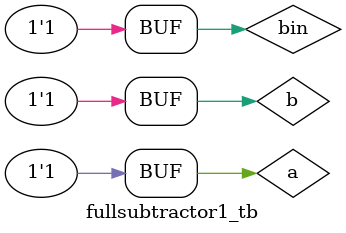
<source format=v>
module fullsubtractor1(output diff, bout, input a, b, bin);
  
  //methodology: data flow modeling
  assign diff = a ^ b ^ bin;
  assign bout = ~a & (b ^ bin) | b & bin;
  
endmodule


// Code your testbench here
// or browse Examples

module fullsubtractor1_tb;
	wire diff, bout;
	reg a, b, bin;
  
  fullsubtractor1 Instance0 (diff, bout, a, b, bin);
  
initial begin
         a = 0; b = 0; bin = 0;
	#20  a = 0; b = 0; bin = 1;
	#20  a = 0; b = 1; bin = 0;
	#20  a = 0; b = 1; bin = 1;
	#20  a = 1; b = 0; bin = 0;
	#20  a = 1; b = 0; bin = 1;
	#20  a = 1; b = 1; bin = 0;
	#20  a = 1; b = 1; bin = 1; 
end
  
initial begin
    $dumpfile("dump.vcd");
    $dumpvars(1);
end
endmodule

</source>
